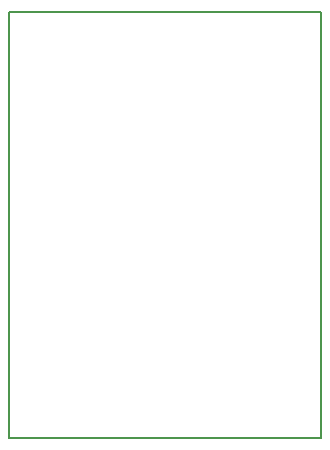
<source format=gbr>
G04 #@! TF.FileFunction,Profile,NP*
%FSLAX46Y46*%
G04 Gerber Fmt 4.6, Leading zero omitted, Abs format (unit mm)*
G04 Created by KiCad (PCBNEW 4.0.7-e2-6376~58~ubuntu16.04.1) date Sat Jul  7 10:01:01 2018*
%MOMM*%
%LPD*%
G01*
G04 APERTURE LIST*
%ADD10C,0.100000*%
%ADD11C,0.150000*%
G04 APERTURE END LIST*
D10*
D11*
X164910000Y-75860000D02*
X138470000Y-75860000D01*
X164910000Y-112000000D02*
X164910000Y-75860000D01*
X138470000Y-112000000D02*
X164910000Y-112000000D01*
X138470000Y-75860000D02*
X138470000Y-112000000D01*
M02*

</source>
